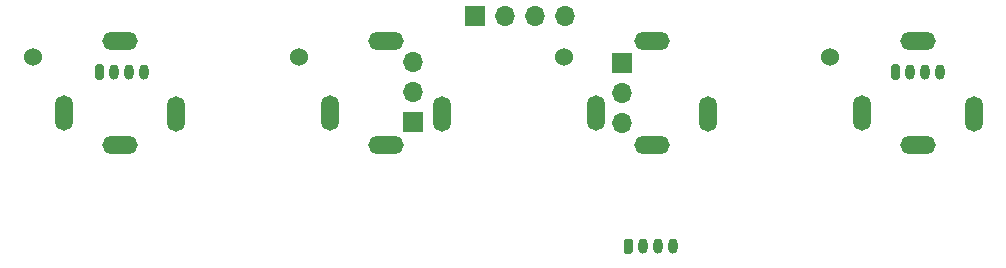
<source format=gbr>
%TF.GenerationSoftware,KiCad,Pcbnew,5.1.9-73d0e3b20d~88~ubuntu20.04.1*%
%TF.CreationDate,2021-02-21T12:43:02+01:00*%
%TF.ProjectId,input-board,696e7075-742d-4626-9f61-72642e6b6963,rev?*%
%TF.SameCoordinates,Original*%
%TF.FileFunction,Soldermask,Bot*%
%TF.FilePolarity,Negative*%
%FSLAX46Y46*%
G04 Gerber Fmt 4.6, Leading zero omitted, Abs format (unit mm)*
G04 Created by KiCad (PCBNEW 5.1.9-73d0e3b20d~88~ubuntu20.04.1) date 2021-02-21 12:43:02*
%MOMM*%
%LPD*%
G01*
G04 APERTURE LIST*
%ADD10O,0.800000X1.300000*%
%ADD11C,1.524000*%
%ADD12O,3.000000X1.500000*%
%ADD13O,1.500000X3.000000*%
%ADD14O,1.700000X1.700000*%
%ADD15R,1.700000X1.700000*%
G04 APERTURE END LIST*
D10*
%TO.C,J1*%
X102000000Y-28250000D03*
X100750000Y-28250000D03*
X99500000Y-28250000D03*
G36*
G01*
X97850000Y-28700000D02*
X97850000Y-27800000D01*
G75*
G02*
X98050000Y-27600000I200000J0D01*
G01*
X98450000Y-27600000D01*
G75*
G02*
X98650000Y-27800000I0J-200000D01*
G01*
X98650000Y-28700000D01*
G75*
G02*
X98450000Y-28900000I-200000J0D01*
G01*
X98050000Y-28900000D01*
G75*
G02*
X97850000Y-28700000I0J200000D01*
G01*
G37*
%TD*%
D11*
%TO.C,SW3*%
X137600000Y-27000000D03*
D12*
X145000000Y-34400000D03*
X145000000Y-25600000D03*
D13*
X140250000Y-31700000D03*
X149750000Y-31800000D03*
%TD*%
D11*
%TO.C,SW1*%
X92600000Y-27000000D03*
D12*
X100000000Y-34400000D03*
X100000000Y-25600000D03*
D13*
X95250000Y-31700000D03*
X104750000Y-31800000D03*
%TD*%
%TO.C,J2*%
G36*
G01*
X165225000Y-28700000D02*
X165225000Y-27800000D01*
G75*
G02*
X165425000Y-27600000I200000J0D01*
G01*
X165825000Y-27600000D01*
G75*
G02*
X166025000Y-27800000I0J-200000D01*
G01*
X166025000Y-28700000D01*
G75*
G02*
X165825000Y-28900000I-200000J0D01*
G01*
X165425000Y-28900000D01*
G75*
G02*
X165225000Y-28700000I0J200000D01*
G01*
G37*
D10*
X166875000Y-28250000D03*
X168125000Y-28250000D03*
X169375000Y-28250000D03*
%TD*%
%TO.C,J12*%
X146750000Y-43000000D03*
X145500000Y-43000000D03*
X144250000Y-43000000D03*
G36*
G01*
X142600000Y-43450000D02*
X142600000Y-42550000D01*
G75*
G02*
X142800000Y-42350000I200000J0D01*
G01*
X143200000Y-42350000D01*
G75*
G02*
X143400000Y-42550000I0J-200000D01*
G01*
X143400000Y-43450000D01*
G75*
G02*
X143200000Y-43650000I-200000J0D01*
G01*
X142800000Y-43650000D01*
G75*
G02*
X142600000Y-43450000I0J200000D01*
G01*
G37*
%TD*%
D11*
%TO.C,SW4*%
X160100000Y-27000000D03*
D12*
X167500000Y-34400000D03*
X167500000Y-25600000D03*
D13*
X162750000Y-31700000D03*
X172250000Y-31800000D03*
%TD*%
D11*
%TO.C,SW2*%
X115100000Y-27000000D03*
D12*
X122500000Y-34400000D03*
X122500000Y-25600000D03*
D13*
X117750000Y-31700000D03*
X127250000Y-31800000D03*
%TD*%
D14*
%TO.C,J9*%
X142500000Y-32580000D03*
X142500000Y-30040000D03*
D15*
X142500000Y-27500000D03*
%TD*%
D14*
%TO.C,J8*%
X124750000Y-27420000D03*
X124750000Y-29960000D03*
D15*
X124750000Y-32500000D03*
%TD*%
%TO.C,J3*%
X130000000Y-23500000D03*
D14*
X132540000Y-23500000D03*
X135080000Y-23500000D03*
X137620000Y-23500000D03*
%TD*%
M02*

</source>
